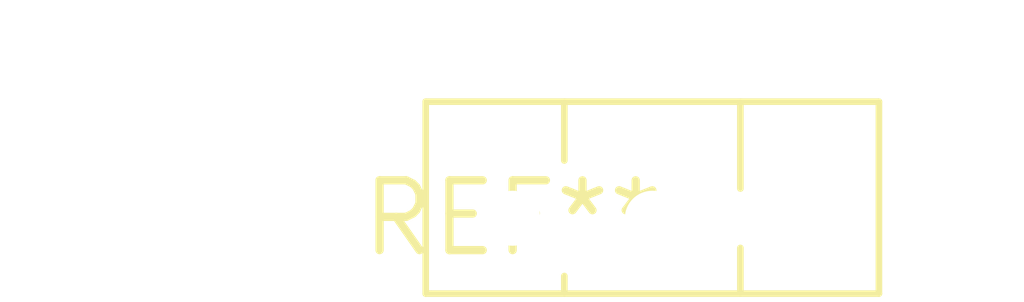
<source format=kicad_pcb>
(kicad_pcb (version 20240108) (generator pcbnew)
  (layers (0 "F.Cu" signal) (31 "B.Cu" signal) (34 "B.Paste" user) (35 "F.Paste" user) (36 "B.SilkS" user "B.Silkscreen") (37 "F.SilkS" user "F.Silkscreen") (38 "B.Mask" user) (39 "F.Mask" user) (44 "Edge.Cuts" user))
  (net 0 "")
  (footprint "TO-126-3_Vertical" (layer "F.Cu") (at 0 0)
    (property "Reference" "REF**")
    (property "Value" "TO-126-3_Vertical")
    (fp_line (start -1.58 -2.12) (end -1.58 1.37) (layer "F.SilkS") (stroke (width 0.12)))
    (fp_line (start -1.58 -2.12) (end 6.66 -2.12) (layer "F.SilkS") (stroke (width 0.12)))
    (fp_line (start -1.58 1.37) (end 6.66 1.37) (layer "F.SilkS") (stroke (width 0.12)))
    (fp_line (start 0.94 -2.12) (end 0.94 -1.05) (layer "F.SilkS") (stroke (width 0.12)))
    (fp_line (start 0.94 1.05) (end 0.94 1.37) (layer "F.SilkS") (stroke (width 0.12)))
    (fp_line (start 4.141 -2.12) (end 4.141 -0.54) (layer "F.SilkS") (stroke (width 0.12)))
    (fp_line (start 4.141 0.54) (end 4.141 1.37) (layer "F.SilkS") (stroke (width 0.12)))
    (fp_line (start 6.66 -2.12) (end 6.66 1.37) (layer "F.SilkS") (stroke (width 0.12)))
    (pad "1" thru_hole rect (at 0 0) (size 1.8 1.8) (drill 1) (layers *.Cu *.Mask) (remove_unused_layers))
    (pad "2" thru_hole oval (at 2.54 0) (size 1.8 1.8) (drill 1) (layers *.Cu *.Mask) (remove_unused_layers))
    (pad "3" thru_hole oval (at 5.08 0) (size 1.8 1.8) (drill 1) (layers *.Cu *.Mask) (remove_unused_layers))
  )
)
</source>
